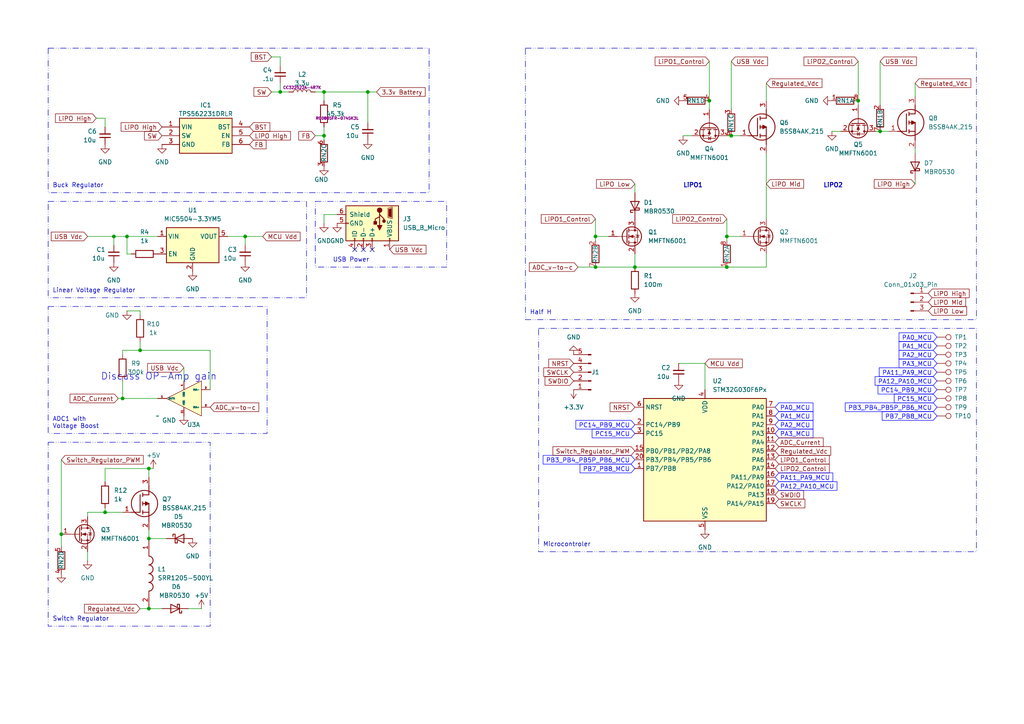
<source format=kicad_sch>
(kicad_sch (version 20230121) (generator eeschema)
  (paper "A4")
  (lib_symbols
    (symbol "BSS84AK_215:BSS84AK,215" (pin_names hide)
      (property "Reference" "Q" (at 11.43 3.81 0))
      (property "Value" "BSS84AK,215" (at 11.43 1.27 0))
      (symbol "BSS84AK,215_1_1"
        (pin passive line (at 0 0 0) (length 2.54) (name "G") (number "1"))
        (pin passive line (at 7.62 -5.08 90) (length 2.54) (name "S") (number "2"))
        (pin passive line (at 7.62 10.16 270) (length 2.54) (name "D") (number "3"))
      )
    )
    (symbol "Connector:Conn_01x03_Pin" (pin_names (offset 1.016) hide)
      (property "Reference" "J" (at 0 5.08 0))
      (property "Value" "Conn_01x03_Pin" (at 0 -5.08 0))
      (symbol "Conn_01x03_Pin_1_1"
        (pin passive line (at 5.08 2.54 180) (length 3.81) (name "Pin_1") (number "1"))
        (pin passive line (at 5.08 0 180) (length 3.81) (name "Pin_2") (number "2"))
        (pin passive line (at 5.08 -2.54 180) (length 3.81) (name "Pin_3") (number "3"))
      )
    )
    (symbol "Connector:Conn_01x05_Pin" (pin_names (offset 1.016) hide)
      (property "Reference" "J" (at 0 7.62 0))
      (property "Value" "Conn_01x05_Pin" (at 0 -7.62 0))
      (symbol "Conn_01x05_Pin_1_1"
        (pin passive line (at 5.08 5.08 180) (length 3.81) (name "Pin_1") (number "1"))
        (pin passive line (at 5.08 2.54 180) (length 3.81) (name "Pin_2") (number "2"))
        (pin passive line (at 5.08 0 180) (length 3.81) (name "Pin_3") (number "3"))
        (pin passive line (at 5.08 -2.54 180) (length 3.81) (name "Pin_4") (number "4"))
        (pin passive line (at 5.08 -5.08 180) (length 3.81) (name "Pin_5") (number "5"))
      )
    )
    (symbol "Connector:TestPoint" (pin_numbers hide) (pin_names (offset 0.762) hide)
      (property "Reference" "TP" (at 0 6.858 0))
      (property "Value" "TestPoint" (at 0 5.08 0))
      (symbol "TestPoint_1_1"
        (pin passive line (at 0 0 90) (length 2.54) (name "1") (number "1"))
      )
    )
    (symbol "Connector:USB_B_Micro" (pin_names (offset 1.016))
      (property "Reference" "J" (at -5.08 11.43 0))
      (property "Value" "USB_B_Micro" (at -5.08 8.89 0))
      (symbol "USB_B_Micro_1_1"
        (pin power_out line (at 7.62 5.08 180) (length 2.54) (name "VBUS") (number "1"))
        (pin bidirectional line (at 7.62 -2.54 180) (length 2.54) (name "D-") (number "2"))
        (pin bidirectional line (at 7.62 0 180) (length 2.54) (name "D+") (number "3"))
        (pin passive line (at 7.62 -5.08 180) (length 2.54) (name "ID") (number "4"))
        (pin power_out line (at 0 -10.16 90) (length 2.54) (name "GND") (number "5"))
        (pin passive line (at -2.54 -10.16 90) (length 2.54) (name "Shield") (number "6"))
      )
    )
    (symbol "Device:C_Small" (pin_numbers hide) (pin_names (offset 0.254) hide)
      (property "Reference" "C" (at 0.254 1.778 0))
      (property "Value" "C_Small" (at 0.254 -2.032 0))
      (symbol "C_Small_1_1"
        (pin passive line (at 0 2.54 270) (length 2.032) (name "~") (number "1"))
        (pin passive line (at 0 -2.54 90) (length 2.032) (name "~") (number "2"))
      )
    )
    (symbol "Device:L" (pin_numbers hide) (pin_names (offset 1.016) hide)
      (property "Reference" "L" (at -1.27 0 90))
      (property "Value" "L" (at 1.905 0 90))
      (symbol "L_1_1"
        (pin passive line (at 0 3.81 270) (length 1.27) (name "1") (number "1"))
        (pin passive line (at 0 -3.81 90) (length 1.27) (name "2") (number "2"))
      )
    )
    (symbol "Device:Q_NMOS_GSD" (pin_names (offset 0) hide)
      (property "Reference" "Q" (at 5.08 1.27 0))
      (property "Value" "Q_NMOS_GSD" (at 5.08 -1.27 0))
      (symbol "Q_NMOS_GSD_1_1"
        (pin input line (at -5.08 0 0) (length 2.54) (name "G") (number "1"))
        (pin passive line (at 2.54 -5.08 90) (length 2.54) (name "S") (number "2"))
        (pin passive line (at 2.54 5.08 270) (length 2.54) (name "D") (number "3"))
      )
    )
    (symbol "Device:R" (pin_numbers hide) (pin_names (offset 0))
      (property "Reference" "R" (at 2.032 0 90))
      (property "Value" "R" (at 0 0 90))
      (symbol "R_1_1"
        (pin passive line (at 0 3.81 270) (length 1.27) (name "~") (number "1"))
        (pin passive line (at 0 -3.81 90) (length 1.27) (name "~") (number "2"))
      )
    )
    (symbol "Device:R_Pack04_Split" (pin_names (offset 0) hide)
      (property "Reference" "RN" (at 2.032 0 90))
      (property "Value" "R_Pack04_Split" (at 0 0 90))
      (symbol "R_Pack04_Split_1_1"
        (pin passive line (at 0 -3.81 90) (length 1.27) (name "R1.1") (number "1"))
        (pin passive line (at 0 3.81 270) (length 1.27) (name "R1.2") (number "8"))
      )
      (symbol "R_Pack04_Split_2_1"
        (pin passive line (at 0 -3.81 90) (length 1.27) (name "R2.1") (number "2"))
        (pin passive line (at 0 3.81 270) (length 1.27) (name "R2.2") (number "7"))
      )
      (symbol "R_Pack04_Split_3_1"
        (pin passive line (at 0 -3.81 90) (length 1.27) (name "R3.1") (number "3"))
        (pin passive line (at 0 3.81 270) (length 1.27) (name "R3.2") (number "6"))
      )
      (symbol "R_Pack04_Split_4_1"
        (pin passive line (at 0 -3.81 90) (length 1.27) (name "R4.1") (number "4"))
        (pin passive line (at 0 3.81 270) (length 1.27) (name "R4.2") (number "5"))
      )
    )
    (symbol "Diode:1N5711" (pin_numbers hide) (pin_names (offset 1.016) hide)
      (property "Reference" "D" (at 0 2.54 0))
      (property "Value" "1N5711" (at 0 -2.54 0))
      (symbol "1N5711_1_1"
        (pin passive line (at -3.81 0 0) (length 2.54) (name "K") (number "1"))
        (pin passive line (at 3.81 0 180) (length 2.54) (name "A") (number "2"))
      )
    )
    (symbol "MCU_ST_STM32G0:STM32G030F6Px"
      (property "Reference" "U" (at -17.78 19.05 0))
      (property "Value" "STM32G030F6Px" (at 2.54 19.05 0))
      (symbol "STM32G030F6Px_1_1"
        (pin bidirectional line (at -20.32 -2.54 0) (length 2.54) (name "PB7/PB8") (number "1"))
        (pin bidirectional line (at 20.32 7.62 180) (length 2.54) (name "PA3") (number "10"))
        (pin bidirectional line (at 20.32 5.08 180) (length 2.54) (name "PA4") (number "11"))
        (pin bidirectional line (at 20.32 2.54 180) (length 2.54) (name "PA5") (number "12"))
        (pin bidirectional line (at 20.32 0 180) (length 2.54) (name "PA6") (number "13"))
        (pin bidirectional line (at 20.32 -2.54 180) (length 2.54) (name "PA7") (number "14"))
        (pin bidirectional line (at -20.32 2.54 0) (length 2.54) (name "PB0/PB1/PB2/PA8") (number "15"))
        (pin bidirectional line (at 20.32 -5.08 180) (length 2.54) (name "PA11/PA9") (number "16"))
        (pin bidirectional line (at 20.32 -7.62 180) (length 2.54) (name "PA12/PA10") (number "17"))
        (pin bidirectional line (at 20.32 -10.16 180) (length 2.54) (name "PA13") (number "18"))
        (pin bidirectional line (at 20.32 -12.7 180) (length 2.54) (name "PA14/PA15") (number "19"))
        (pin bidirectional line (at -20.32 10.16 0) (length 2.54) (name "PC14/PB9") (number "2"))
        (pin bidirectional line (at -20.32 0 0) (length 2.54) (name "PB3/PB4/PB5/PB6") (number "20"))
        (pin bidirectional line (at -20.32 7.62 0) (length 2.54) (name "PC15") (number "3"))
        (pin power_in line (at 0 20.32 270) (length 2.54) (name "VDD") (number "4"))
        (pin power_in line (at 0 -20.32 90) (length 2.54) (name "VSS") (number "5"))
        (pin input line (at -20.32 15.24 0) (length 2.54) (name "NRST") (number "6"))
        (pin bidirectional line (at 20.32 15.24 180) (length 2.54) (name "PA0") (number "7"))
        (pin bidirectional line (at 20.32 12.7 180) (length 2.54) (name "PA1") (number "8"))
        (pin bidirectional line (at 20.32 10.16 180) (length 2.54) (name "PA2") (number "9"))
      )
    )
    (symbol "RTOS_POD:MCP6489-E/SL"
      (property "Reference" "U" (at 8.89 -2.54 0))
      (symbol "MCP6489-E/SL_0_1"
        (pin power_in line (at 5.08 -5.08 90) (length 2.54) (name "VSS") (number "11"))
        (pin power_in line (at 5.08 5.08 270) (length 2.54) (name "VDD") (number "4"))
      )
      (symbol "MCP6489-E/SL_1_1"
        (pin output line (at 12.7 0 180) (length 2.54) (name "OUTA") (number "1"))
        (pin input line (at -2.54 2.54 0) (length 2.54) (name "INA-") (number "2"))
        (pin input line (at -2.54 -2.54 0) (length 2.54) (name "INA+") (number "3"))
      )
      (symbol "MCP6489-E/SL_2_1"
        (pin input line (at -2.54 -2.54 0) (length 2.54) (name "INB+") (number "5"))
        (pin input line (at -2.54 2.54 0) (length 2.54) (name "INB-") (number "6"))
        (pin output line (at 12.7 0 180) (length 2.54) (name "OUTB") (number "7"))
      )
      (symbol "MCP6489-E/SL_3_1"
        (pin input line (at -2.54 -2.54 0) (length 2.54) (name "INC+") (number "10"))
        (pin output line (at 12.7 0 180) (length 2.54) (name "OUTA") (number "8"))
        (pin input line (at -2.54 2.54 0) (length 2.54) (name "INC-") (number "9"))
      )
      (symbol "MCP6489-E/SL_4_1"
        (pin input line (at -2.54 -2.54 0) (length 2.54) (name "IND+") (number "12"))
        (pin input line (at -2.54 2.54 0) (length 2.54) (name "IND-") (number "13"))
        (pin output line (at 12.7 0 180) (length 2.54) (name "OUTD") (number "14"))
      )
    )
    (symbol "Regulator_Linear:MIC5504-3.3YM5"
      (property "Reference" "U" (at -7.62 8.89 0))
      (property "Value" "MIC5504-3.3YM5" (at -7.62 6.35 0))
      (symbol "MIC5504-3.3YM5_1_1"
        (pin power_in line (at -10.16 2.54 0) (length 2.54) (name "VIN") (number "1"))
        (pin power_in line (at 0 -7.62 90) (length 2.54) (name "GND") (number "2"))
        (pin input line (at -10.16 -2.54 0) (length 2.54) (name "EN") (number "3"))
        (pin no_connect line (at 7.62 -2.54 180) (length 2.54) hide (name "NC") (number "4"))
        (pin power_out line (at 10.16 2.54 180) (length 2.54) (name "VOUT") (number "5"))
      )
    )
    (symbol "SRR1205-500YL:SRR1205-500YL" (pin_names hide)
      (property "Reference" "L" (at 16.51 6.35 0))
      (property "Value" "SRR1205-500YL" (at 16.51 3.81 0))
      (symbol "SRR1205-500YL_1_1"
        (pin passive line (at 0 0 0) (length 5.08) (name "1") (number "1"))
        (pin passive line (at 20.32 0 180) (length 5.08) (name "2") (number "2"))
      )
    )
    (symbol "TPS562231DRLR:TPS562231DRLR"
      (property "Reference" "IC" (at 21.59 7.62 0))
      (property "Value" "TPS562231DRLR" (at 21.59 5.08 0))
      (symbol "TPS562231DRLR_1_1"
        (pin passive line (at 0 0 0) (length 5.08) (name "VIN") (number "1"))
        (pin passive line (at 0 -2.54 0) (length 5.08) (name "SW") (number "2"))
        (pin passive line (at 0 -5.08 0) (length 5.08) (name "GND") (number "3"))
        (pin passive line (at 25.4 0 180) (length 5.08) (name "BST") (number "4"))
        (pin passive line (at 25.4 -2.54 180) (length 5.08) (name "EN") (number "5"))
        (pin passive line (at 25.4 -5.08 180) (length 5.08) (name "FB") (number "6"))
      )
    )
    (symbol "power:+3.3V" (power) (pin_names (offset 0))
      (property "Value" "+3.3V" (at 0 3.556 0))
      (symbol "+3.3V_1_1"
        (pin power_in line (at 0 0 90) (length 0) hide (name "+3.3V") (number "1"))
      )
    )
    (symbol "power:+5V" (power) (pin_names (offset 0))
      (property "Value" "+5V" (at 0 3.556 0))
      (symbol "+5V_1_1"
        (pin power_in line (at 0 0 90) (length 0) hide (name "+5V") (number "1"))
      )
    )
    (symbol "power:GND" (power) (pin_names (offset 0))
      (property "Value" "GND" (at 0 -3.81 0))
      (symbol "GND_1_1"
        (pin power_in line (at 0 0 270) (length 0) hide (name "GND") (number "1"))
      )
    )
  )
  (junction (at 81.28 26.67))
  (junction (at 106.68 26.67))
  (junction (at 43.18 176.53))
  (junction (at 71.12 68.58))
  (junction (at 210.82 68.58))
  (junction (at 172.72 68.58))
  (junction (at 212.09 39.37))
  (junction (at 30.48 148.59))
  (junction (at 35.56 115.57))
  (junction (at 36.83 68.58))
  (junction (at 40.64 101.6))
  (junction (at 43.18 135.89))
  (junction (at 33.02 68.58))
  (junction (at 210.82 77.47))
  (junction (at 17.78 154.94))
  (junction (at 255.27 38.1))
  (junction (at 248.92 29.21))
  (junction (at 184.15 77.47))
  (junction (at 172.72 77.47))
  (junction (at 93.98 26.67))
  (junction (at 205.74 29.21))
  (junction (at 93.98 39.37))
  (junction (at 43.18 156.21))
  (no_connect (at 105.41 72.39))
  (no_connect (at 102.87 72.39))
  (no_connect (at 107.95 72.39))
  (wire (pts (xy 93.98 40.64) (xy 93.98 39.37)))
  (wire (pts (xy 265.43 43.18) (xy 265.43 44.45)))
  (wire (pts (xy 210.82 69.85) (xy 210.82 68.58)))
  (wire (pts (xy 43.18 156.21) (xy 48.26 156.21)))
  (wire (pts (xy 184.15 77.47) (xy 184.15 73.66)))
  (wire (pts (xy 71.12 71.12) (xy 71.12 68.58)))
  (wire (pts (xy 81.28 26.67) (xy 81.28 24.13)))
  (wire (pts (xy 106.68 26.67) (xy 109.22 26.67)))
  (wire (pts (xy 25.4 160.02) (xy 25.4 162.56)))
  (wire (pts (xy 54.61 176.53) (xy 58.42 176.53)))
  (wire (pts (xy 33.02 71.12) (xy 33.02 68.58)))
  (wire (pts (xy 35.56 115.57) (xy 45.72 115.57)))
  (wire (pts (xy 38.1 73.66) (xy 36.83 73.66)))
  (wire (pts (xy 196.85 105.41) (xy 204.47 105.41)))
  (wire (pts (xy 172.72 77.47) (xy 184.15 77.47)))
  (wire (pts (xy 210.82 68.58) (xy 214.63 68.58)))
  (wire (pts (xy 265.43 53.34) (xy 265.43 52.07)))
  (wire (pts (xy 210.82 39.37) (xy 212.09 39.37)))
  (wire (pts (xy 36.83 68.58) (xy 45.72 68.58)))
  (wire (pts (xy 25.4 68.58) (xy 33.02 68.58)))
  (wire (pts (xy 200.66 39.37) (xy 198.12 39.37)))
  (wire (pts (xy 91.44 39.37) (xy 93.98 39.37)))
  (wire (pts (xy 40.64 90.17) (xy 40.64 91.44)))
  (wire (pts (xy 212.09 17.78) (xy 212.09 31.75)))
  (wire (pts (xy 76.2 68.58) (xy 71.12 68.58)))
  (wire (pts (xy 212.09 39.37) (xy 214.63 39.37)))
  (wire (pts (xy 204.47 105.41) (xy 204.47 113.03)))
  (wire (pts (xy 43.18 135.89) (xy 43.18 138.43)))
  (wire (pts (xy 33.02 68.58) (xy 36.83 68.58)))
  (wire (pts (xy 172.72 68.58) (xy 176.53 68.58)))
  (wire (pts (xy 78.74 26.67) (xy 81.28 26.67)))
  (wire (pts (xy 243.84 38.1) (xy 241.3 38.1)))
  (wire (pts (xy 97.79 62.23) (xy 93.98 62.23)))
  (wire (pts (xy 222.25 24.13) (xy 222.25 29.21)))
  (wire (pts (xy 184.15 53.34) (xy 184.15 55.88)))
  (wire (pts (xy 248.92 29.21) (xy 248.92 30.48)))
  (wire (pts (xy 40.64 176.53) (xy 43.18 176.53)))
  (wire (pts (xy 25.4 148.59) (xy 25.4 149.86)))
  (wire (pts (xy 36.83 90.17) (xy 40.64 90.17)))
  (wire (pts (xy 83.82 26.67) (xy 81.28 26.67)))
  (wire (pts (xy 184.15 77.47) (xy 210.82 77.47)))
  (wire (pts (xy 210.82 63.5) (xy 210.82 68.58)))
  (wire (pts (xy 172.72 63.5) (xy 172.72 68.58)))
  (wire (pts (xy 35.56 101.6) (xy 40.64 101.6)))
  (wire (pts (xy 17.78 158.75) (xy 17.78 154.94)))
  (wire (pts (xy 78.74 16.51) (xy 81.28 16.51)))
  (wire (pts (xy 255.27 17.78) (xy 255.27 30.48)))
  (wire (pts (xy 30.48 135.89) (xy 43.18 135.89)))
  (wire (pts (xy 106.68 26.67) (xy 93.98 26.67)))
  (wire (pts (xy 210.82 77.47) (xy 222.25 77.47)))
  (wire (pts (xy 93.98 26.67) (xy 91.44 26.67)))
  (wire (pts (xy 167.64 77.47) (xy 172.72 77.47)))
  (wire (pts (xy 27.94 34.29) (xy 30.48 34.29)))
  (wire (pts (xy 172.72 69.85) (xy 172.72 68.58)))
  (wire (pts (xy 222.25 77.47) (xy 222.25 73.66)))
  (wire (pts (xy 81.28 16.51) (xy 81.28 19.05)))
  (wire (pts (xy 25.4 148.59) (xy 30.48 148.59)))
  (wire (pts (xy 222.25 44.45) (xy 222.25 63.5)))
  (wire (pts (xy 43.18 176.53) (xy 46.99 176.53)))
  (wire (pts (xy 35.56 110.49) (xy 35.56 115.57)))
  (wire (pts (xy 60.96 113.03) (xy 60.96 101.6)))
  (wire (pts (xy 255.27 38.1) (xy 257.81 38.1)))
  (wire (pts (xy 43.18 153.67) (xy 43.18 156.21)))
  (wire (pts (xy 254 38.1) (xy 255.27 38.1)))
  (wire (pts (xy 205.74 29.21) (xy 205.74 31.75)))
  (wire (pts (xy 93.98 62.23) (xy 93.98 64.77)))
  (wire (pts (xy 43.18 135.89) (xy 44.45 135.89)))
  (wire (pts (xy 40.64 101.6) (xy 60.96 101.6)))
  (wire (pts (xy 71.12 68.58) (xy 66.04 68.58)))
  (wire (pts (xy 17.78 133.35) (xy 17.78 154.94)))
  (wire (pts (xy 30.48 34.29) (xy 30.48 36.83)))
  (wire (pts (xy 106.68 35.56) (xy 106.68 26.67)))
  (wire (pts (xy 265.43 24.13) (xy 265.43 27.94)))
  (wire (pts (xy 248.92 17.78) (xy 248.92 29.21)))
  (wire (pts (xy 30.48 148.59) (xy 35.56 148.59)))
  (wire (pts (xy 35.56 101.6) (xy 35.56 102.87)))
  (wire (pts (xy 30.48 147.32) (xy 30.48 148.59)))
  (wire (pts (xy 36.83 73.66) (xy 36.83 68.58)))
  (wire (pts (xy 93.98 29.21) (xy 93.98 26.67)))
  (wire (pts (xy 40.64 99.06) (xy 40.64 101.6)))
  (wire (pts (xy 30.48 139.7) (xy 30.48 135.89)))
  (wire (pts (xy 93.98 36.83) (xy 93.98 39.37)))
  (wire (pts (xy 205.74 17.78) (xy 205.74 29.21)))
  (wire (pts (xy 34.29 115.57) (xy 35.56 115.57)))
  (wire (pts (xy 53.34 106.68) (xy 53.34 110.49)))
  (rectangle (start 156.21 95.25) (end 283.21 160.02) (stroke (width 0) (type dash_dot_dot)))
  (rectangle (start 152.4 13.97) (end 283.21 92.71) (stroke (width 0) (type dash_dot_dot)))
  (rectangle (start 91.44 58.42) (end 129.54 77.47) (stroke (width 0) (type dash_dot_dot)))
  (rectangle (start 13.97 88.9) (end 77.47 125.73) (stroke (width 0) (type dash_dot_dot)))
  (rectangle (start 13.97 128.27) (end 60.96 181.61) (stroke (width 0) (type dash_dot_dot)))
  (rectangle (start 13.97 58.42) (end 88.9 86.36) (stroke (width 0) (type dash_dot_dot)))
  (rectangle (start 13.97 13.97) (end 124.46 55.88) (stroke (width 0) (type dash_dot_dot)))
  (text "Half H\n" (at 153.67 91.44 0) (effects (font (size 1.27 1.27)) (justify left bottom)))
  (text "ADC1 with \nVoltage Boost\n" (at 15.24 124.46 0) (effects (font (size 1.27 1.27)) (justify left bottom)))
  (text "Microcontroler\n" (at 157.48 158.75 0) (effects (font (size 1.27 1.27)) (justify left bottom)))
  (text "Switch Regulator" (at 15.24 180.34 0) (effects (font (size 1.27 1.27)) (justify left bottom)))
  (text "LiPO1" (at 198.12 54.61 0) (effects (font (size 1.27 1.27) (thickness 0.254) bold) (justify left bottom)))
  (text "Buck Regulator" (at 15.24 54.61 0) (effects (font (size 1.27 1.27)) (justify left bottom)))
  (text "Discuss OP-Amp gain" (at 29.21 110.49 0) (effects (font (size 2 2)) (justify left bottom)))
  (text "USB Power" (at 96.52 76.2 0) (effects (font (size 1.27 1.27)) (justify left bottom)))
  (text "LiPO2" (at 238.76 54.61 0) (effects (font (size 1.27 1.27) bold) (justify left bottom)))
  (text "Linear Voltage Regulator" (at 15.24 85.09 0) (effects (font (size 1.27 1.27)) (justify left bottom)))
  (global_label "ADC_v-to-c" (shape input) (at 60.96 118.11 0) (property "Intersheetrefs" "${INTERSHEET_REFS}" (effects hide)))
  (global_label "BST" (shape input) (at 72.39 36.83 0) (property "Intersheetrefs" "${INTERSHEET_REFS}" (effects hide)))
  (global_label "SW" (shape input) (at 46.99 39.37 180) (property "Intersheetrefs" "${INTERSHEET_REFS}" (effects hide)))
  (global_label "USB Vdc" (shape input) (at 255.27 17.78 0) (property "Intersheetrefs" "${INTERSHEET_REFS}" (effects hide)))
  (global_label "LiPO1_Control" (shape input) (at 205.74 17.78 180) (property "Intersheetrefs" "${INTERSHEET_REFS}" (effects hide)))
  (global_label "USB Vdc" (shape input) (at 25.4 68.58 180) (property "Intersheetrefs" "${INTERSHEET_REFS}" (effects hide)))
  (global_label "SWCLK" (shape input) (at 166.37 107.95 180) (property "Intersheetrefs" "${INTERSHEET_REFS}" (effects hide)))
  (global_label "LiPO High" (shape input) (at 265.43 53.34 180) (property "Intersheetrefs" "${INTERSHEET_REFS}" (effects hide)))
  (global_label "Regulated_Vdc" (shape input) (at 40.64 176.53 180) (property "Intersheetrefs" "${INTERSHEET_REFS}" (effects hide)))
  (global_label "PB7_PB8_MCU" (shape input) (at 271.78 120.65 180) (property "Intersheetrefs" "${INTERSHEET_REFS}" (effects hide)))
  (global_label "PA11_PA9_MCU" (shape input) (at 271.78 107.95 180) (property "Intersheetrefs" "${INTERSHEET_REFS}" (effects hide)))
  (global_label "PA1_MCU" (shape input) (at 271.78 100.33 180) (property "Intersheetrefs" "${INTERSHEET_REFS}" (effects hide)))
  (global_label "SW" (shape input) (at 78.74 26.67 180) (property "Intersheetrefs" "${INTERSHEET_REFS}" (effects hide)))
  (global_label "LiPO1_Control" (shape input) (at 224.79 133.35 0) (property "Intersheetrefs" "${INTERSHEET_REFS}" (effects hide)))
  (global_label "BST" (shape input) (at 78.74 16.51 180) (property "Intersheetrefs" "${INTERSHEET_REFS}" (effects hide)))
  (global_label "PA12_PA10_MCU" (shape input) (at 224.79 140.97 0) (property "Intersheetrefs" "${INTERSHEET_REFS}" (effects hide)))
  (global_label "SWDIO" (shape input) (at 166.37 110.49 180) (property "Intersheetrefs" "${INTERSHEET_REFS}" (effects hide)))
  (global_label "USB Vdc" (shape input) (at 113.03 72.39 0) (property "Intersheetrefs" "${INTERSHEET_REFS}" (effects hide)))
  (global_label "MCU Vdd" (shape input) (at 204.47 105.41 0) (property "Intersheetrefs" "${INTERSHEET_REFS}" (effects hide)))
  (global_label "ADC_Current" (shape input) (at 34.29 115.57 180) (property "Intersheetrefs" "${INTERSHEET_REFS}" (effects hide)))
  (global_label "FB" (shape input) (at 72.39 41.91 0) (property "Intersheetrefs" "${INTERSHEET_REFS}" (effects hide)))
  (global_label "LiPO Mid" (shape input) (at 269.24 87.63 0) (property "Intersheetrefs" "${INTERSHEET_REFS}" (effects hide)))
  (global_label "LiPO2_Control" (shape input) (at 210.82 63.5 180) (property "Intersheetrefs" "${INTERSHEET_REFS}" (effects hide)))
  (global_label "PC15_MCU" (shape input) (at 271.78 115.57 180) (property "Intersheetrefs" "${INTERSHEET_REFS}" (effects hide)))
  (global_label "PC14_PB9_MCU" (shape input) (at 271.78 113.03 180) (property "Intersheetrefs" "${INTERSHEET_REFS}" (effects hide)))
  (global_label "Regulated_Vdc" (shape input) (at 222.25 24.13 0) (property "Intersheetrefs" "${INTERSHEET_REFS}" (effects hide)))
  (global_label "LiPO2_Control" (shape input) (at 224.79 135.89 0) (property "Intersheetrefs" "${INTERSHEET_REFS}" (effects hide)))
  (global_label "ADC_v-to-c" (shape input) (at 167.64 77.47 180) (property "Intersheetrefs" "${INTERSHEET_REFS}" (effects hide)))
  (global_label "SWCLK" (shape input) (at 224.79 146.05 0) (property "Intersheetrefs" "${INTERSHEET_REFS}" (effects hide)))
  (global_label "PA3_MCU" (shape input) (at 224.79 125.73 0) (property "Intersheetrefs" "${INTERSHEET_REFS}" (effects hide)))
  (global_label "LiPO High" (shape input) (at 269.24 85.09 0) (property "Intersheetrefs" "${INTERSHEET_REFS}" (effects hide)))
  (global_label "PA3_MCU" (shape input) (at 271.78 105.41 180) (property "Intersheetrefs" "${INTERSHEET_REFS}" (effects hide)))
  (global_label "FB" (shape input) (at 91.44 39.37 180) (property "Intersheetrefs" "${INTERSHEET_REFS}" (effects hide)))
  (global_label "PB3_PB4_PB5P_PB6_MCU" (shape input) (at 271.78 118.11 180) (property "Intersheetrefs" "${INTERSHEET_REFS}" (effects hide)))
  (global_label "Regulated_Vdc" (shape input) (at 224.79 130.81 0) (property "Intersheetrefs" "${INTERSHEET_REFS}" (effects hide)))
  (global_label "PB3_PB4_PB5P_PB6_MCU" (shape input) (at 184.15 133.35 180) (property "Intersheetrefs" "${INTERSHEET_REFS}" (effects hide)))
  (global_label "PA0_MCU" (shape input) (at 224.79 118.11 0) (property "Intersheetrefs" "${INTERSHEET_REFS}" (effects hide)))
  (global_label "Regulated_Vdc" (shape input) (at 265.43 24.13 0) (property "Intersheetrefs" "${INTERSHEET_REFS}" (effects hide)))
  (global_label "3.3v Battery" (shape input) (at 109.22 26.67 0) (property "Intersheetrefs" "${INTERSHEET_REFS}" (effects hide)))
  (global_label "ADC_Current" (shape input) (at 224.79 128.27 0) (property "Intersheetrefs" "${INTERSHEET_REFS}" (effects hide)))
  (global_label "PB7_PB8_MCU" (shape input) (at 184.15 135.89 180) (property "Intersheetrefs" "${INTERSHEET_REFS}" (effects hide)))
  (global_label "MCU Vdd" (shape input) (at 76.2 68.58 0) (property "Intersheetrefs" "${INTERSHEET_REFS}" (effects hide)))
  (global_label "LiPO Low" (shape input) (at 269.24 90.17 0) (property "Intersheetrefs" "${INTERSHEET_REFS}" (effects hide)))
  (global_label "LiPO High" (shape input) (at 72.39 39.37 0) (property "Intersheetrefs" "${INTERSHEET_REFS}" (effects hide)))
  (global_label "PA1_MCU" (shape input) (at 224.79 120.65 0) (property "Intersheetrefs" "${INTERSHEET_REFS}" (effects hide)))
  (global_label "LiPO2_Control" (shape input) (at 248.92 17.78 180) (property "Intersheetrefs" "${INTERSHEET_REFS}" (effects hide)))
  (global_label "PC15_MCU" (shape input) (at 184.15 125.73 180) (property "Intersheetrefs" "${INTERSHEET_REFS}" (effects hide)))
  (global_label "LiPO1_Control" (shape input) (at 172.72 63.5 180) (property "Intersheetrefs" "${INTERSHEET_REFS}" (effects hide)))
  (global_label "LiPO Mid" (shape input) (at 222.25 53.34 0) (property "Intersheetrefs" "${INTERSHEET_REFS}" (effects hide)))
  (global_label "Switch_Regulator_PWM" (shape input) (at 184.15 130.81 180) (property "Intersheetrefs" "${INTERSHEET_REFS}" (effects hide)))
  (global_label "USB Vdc" (shape input) (at 212.09 17.78 0) (property "Intersheetrefs" "${INTERSHEET_REFS}" (effects hide)))
  (global_label "LiPO High" (shape input) (at 46.99 36.83 180) (property "Intersheetrefs" "${INTERSHEET_REFS}" (effects hide)))
  (global_label "PA12_PA10_MCU" (shape input) (at 271.78 110.49 180) (property "Intersheetrefs" "${INTERSHEET_REFS}" (effects hide)))
  (global_label "Switch_Regulator_PWM" (shape input) (at 17.78 133.35 0) (property "Intersheetrefs" "${INTERSHEET_REFS}" (effects hide)))
  (global_label "NRST" (shape input) (at 166.37 105.41 180) (property "Intersheetrefs" "${INTERSHEET_REFS}" (effects hide)))
  (global_label "SWDIO" (shape input) (at 224.79 143.51 0) (property "Intersheetrefs" "${INTERSHEET_REFS}" (effects hide)))
  (global_label "PA2_MCU" (shape input) (at 224.79 123.19 0) (property "Intersheetrefs" "${INTERSHEET_REFS}" (effects hide)))
  (global_label "NRST" (shape input) (at 184.15 118.11 180) (property "Intersheetrefs" "${INTERSHEET_REFS}" (effects hide)))
  (global_label "USB Vdc" (shape input) (at 53.34 106.68 180) (property "Intersheetrefs" "${INTERSHEET_REFS}" (effects hide)))
  (global_label "LiPO High" (shape input) (at 27.94 34.29 180) (property "Intersheetrefs" "${INTERSHEET_REFS}" (effects hide)))
  (global_label "PA2_MCU" (shape input) (at 271.78 102.87 180) (property "Intersheetrefs" "${INTERSHEET_REFS}" (effects hide)))
  (global_label "LiPO Low" (shape input) (at 184.15 53.34 180) (property "Intersheetrefs" "${INTERSHEET_REFS}" (effects hide)))
  (global_label "PA11_PA9_MCU" (shape input) (at 224.79 138.43 0) (property "Intersheetrefs" "${INTERSHEET_REFS}" (effects hide)))
  (global_label "PA0_MCU" (shape input) (at 271.78 97.79 180) (property "Intersheetrefs" "${INTERSHEET_REFS}" (effects hide)))
  (global_label "PC14_PB9_MCU" (shape input) (at 184.15 123.19 180) (property "Intersheetrefs" "${INTERSHEET_REFS}" (effects hide)))
  (symbol (lib_id "Device:R") (at 30.48 143.51 180) (unit 1)
    (property "Reference" "R12" (at 33.02 142.24 0) (effects (justify right)))
    (property "Value" "1k" (at 33.02 144.78 0) (effects (justify right)))
    (property "Footprint" "Resistor_SMD:R_0805_2012Metric" (effects hide))
    (property "Manufacturer" "Bourns" (effects hide))
    (property "Manufacturer Part Number" "CR0805-JW-102ELF" (effects hide))
    (property "Mouser Part Number" "652-CR0805JW-102ELF" (effects hide))
    (property "Mouser Price/Stock" "https://www.mouser.com/ProductDetail/Bourns/CR0805-JW-102ELF?qs=sGAEpiMZZMtlubZbdhIBIPJRFm2x4gVbKRFwRkY2vaI%3D" (effects hide))
  )
  (symbol (lib_id "Connector:TestPoint") (at 271.78 113.03 270) (unit 1)
    (property "Reference" "TP7" (at 276.86 113.03 90) (effects (justify left)))
    (property "Value" "TestPoint" (effects hide))
    (property "Footprint" "TestPoint:TestPoint_Loop_D2.50mm_Drill1.85mm" (effects hide))
  )
  (symbol (lib_id "Device:R") (at 41.91 73.66 270) (unit 1)
    (property "Reference" "R4" (at 41.91 67.31 90))
    (property "Value" "1k" (at 41.91 69.85 90))
    (property "Footprint" "Resistor_SMD:R_0805_2012Metric" (effects hide))
    (property "Manufacturer" "Bourns" (effects hide))
    (property "Manufacturer Part Number" "CR0805-JW-102ELF" (effects hide))
    (property "Mouser Part Number" "652-CR0805JW-102ELF" (effects hide))
    (property "Mouser Price/Stock" "https://www.mouser.com/ProductDetail/Bourns/CR0805-JW-102ELF?qs=sGAEpiMZZMtlubZbdhIBIPJRFm2x4gVbKRFwRkY2vaI%3D" (effects hide))
  )
  (symbol (lib_id "power:+5V") (at 58.42 176.53 0) (unit 1)
    (property "Reference" "#PWR011" (effects hide))
    (property "Value" "+5V" (at 58.42 172.72 0))
  )
  (symbol (lib_id "BSS84AK_215:BSS84AK,215") (at 35.56 148.59 0) (unit 1)
    (property "Reference" "Q7" (at 46.99 144.78 0) (effects (justify left)))
    (property "Value" "BSS84AK,215" (at 46.99 147.32 0) (effects (justify left)))
    (property "Footprint" "SOT95P230X110-3N" (effects hide))
    (property "Height" "1.1" (effects hide))
    (property "Mouser Part Number" "771-BSS84AK215" (effects hide))
    (property "Mouser Price/Stock" "https://www.mouser.co.uk/ProductDetail/Nexperia/BSS84AK215?qs=A1cBxND5mHJndJgHJTE1yg%3D%3D" (effects hide))
    (property "Manufacturer" "Nexperia" (effects hide))
    (property "Manufacturer Part Number" "BSS84AK,215" (effects hide))
  )
  (symbol (lib_id "power:GND") (at 36.83 90.17 0) (unit 1)
    (property "Reference" "#PWR08" (effects hide))
    (property "Value" "GND" (at 30.48 91.44 0) (effects (justify left)))
  )
  (symbol (lib_id "Device:R_Pack04_Split") (at 245.11 29.21 270) (unit 1)
    (property "Reference" "RN1" (at 242.57 29.21 90) (effects (justify left)))
    (property "Value" "R_Pack04_Split_1" (effects hide))
  )
  (symbol (lib_id "Device:Q_NMOS_GSD") (at 205.74 36.83 270) (unit 1)
    (property "Reference" "Q4" (at 205.74 43.18 90))
    (property "Value" "MMFTN6001" (at 205.74 45.72 90))
    (property "Footprint" "Package_TO_SOT_SMD:SOT-23" (effects hide))
    (property "Manufacturer" "Diotec Semiconductor" (effects hide))
    (property "Manufacturer Part Number" "MMFTN6001" (effects hide))
    (property "Mouser Part Number" "637-MMFTN6001" (effects hide))
    (property "Mouser Price/Stock" "https://www.mouser.com/ProductDetail/Diotec-Semiconductor/MMFTN6001?qs=Wj%2FVkw3K%252BMBEABncUaRa2w%3D%3D" (effects hide))
  )
  (symbol (lib_id "power:GND") (at 204.47 153.67 0) (unit 1)
    (property "Reference" "#PWR07" (effects hide))
    (property "Value" "GND" (at 204.47 158.75 0))
  )
  (symbol (lib_id "Connector:Conn_01x03_Pin") (at 264.16 87.63 0) (unit 1)
    (property "Reference" "J2" (at 264.795 80.01 0))
    (property "Value" "Conn_01x03_Pin" (at 264.16 82.55 0))
    (property "Footprint" "Connector_PinHeader_2.54mm:PinHeader_1x03_P2.54mm_Vertical" (effects hide))
  )
  (symbol (lib_id "Device:R_Pack04_Split") (at 17.78 162.56 0) (unit 4)
    (property "Reference" "RN2" (at 17.78 165.1 90) (effects (justify left)))
    (property "Value" "R_Pack04_Split_2" (effects hide))
    (property "Footprint" "Resistor_SMD:R_Array_Concave_4x0603" (effects hide))
  )
  (symbol (lib_id "Device:L") (at 87.63 26.67 90) (unit 1)
    (property "Reference" "L2" (at 87.63 21.59 90))
    (property "Value" "3.3u" (at 87.63 24.13 90))
    (property "Footprint" "Library:CC322522A-4R7K" (effects hide))
    (property "Mouser Price/Stock" "https://www.mouser.com/ProductDetail/Bourns/CC322522A-4R7K?qs=BJlw7L4Cy7%2Fy09%2BRq8LovQ%3D%3D" (effects hide))
    (property "Mouser Part Number" "652-CC322522A-4R7K" (effects hide))
    (property "Manufacturer Part Number" "CC322522A-4R7K" (at 87.63 25.4 90) (effects (font (size 0.8 0.8))))
    (property "Manufacturer" "Bourns" (effects hide))
  )
  (symbol (lib_id "Connector:TestPoint") (at 271.78 120.65 270) (unit 1)
    (property "Reference" "TP10" (at 276.86 120.65 90) (effects (justify left)))
    (property "Value" "TestPoint" (effects hide))
    (property "Footprint" "TestPoint:TestPoint_Loop_D2.50mm_Drill1.85mm" (effects hide))
  )
  (symbol (lib_id "power:GND") (at 241.3 29.21 270) (unit 1)
    (property "Reference" "#PWR019" (effects hide))
    (property "Value" "GND" (at 237.49 29.21 90) (effects (justify right)))
  )
  (symbol (lib_id "power:+3.3V") (at 166.37 113.03 180) (unit 1)
    (property "Reference" "#PWR06" (effects hide))
    (property "Value" "+3.3V" (at 166.37 118.11 0))
  )
  (symbol (lib_id "BSS84AK_215:BSS84AK,215") (at 214.63 39.37 0) (unit 1)
    (property "Reference" "Q6" (at 226.06 35.56 0) (effects (justify left)))
    (property "Value" "BSS84AK,215" (at 226.06 38.1 0) (effects (justify left)))
    (property "Footprint" "SOT95P230X110-3N" (effects hide))
    (property "Height" "1.1" (effects hide))
    (property "Mouser Part Number" "771-BSS84AK215" (effects hide))
    (property "Mouser Price/Stock" "https://www.mouser.co.uk/ProductDetail/Nexperia/BSS84AK215?qs=A1cBxND5mHJndJgHJTE1yg%3D%3D" (effects hide))
    (property "Manufacturer" "Nexperia" (effects hide))
    (property "Manufacturer Part Number" "BSS84AK,215" (effects hide))
  )
  (symbol (lib_id "power:GND") (at 33.02 76.2 0) (unit 1)
    (property "Reference" "#PWR012" (effects hide))
    (property "Value" "GND" (at 33.02 81.28 0))
  )
  (symbol (lib_id "power:GND") (at 198.12 39.37 0) (unit 1)
    (property "Reference" "#PWR014" (effects hide))
    (property "Value" "GND" (at 198.12 44.45 0))
  )
  (symbol (lib_id "Device:C_Small") (at 71.12 73.66 180) (unit 1)
    (property "Reference" "C3" (at 66.04 72.39 0) (effects (justify right)))
    (property "Value" "10u" (at 64.77 74.93 0) (effects (justify right)))
    (property "Footprint" "Capacitor_SMD:C_0805_2012Metric_Pad1.18x1.45mm_HandSolder" (effects hide))
    (property "Manufacturer" "Samsung Electro-Mechanics" (effects hide))
    (property "Manufacturer Part Number" "CL21A106KOQNNNE" (effects hide))
    (property "Mouser Part Number" "187-CL21A106KOQNNNE" (effects hide))
    (property "Mouser Price/Stock" "https://www.mouser.com/ProductDetail/Samsung-Electro-Mechanics/CL21A106KOQNNNE?qs=sGAEpiMZZMsh%252B1woXyUXj7iNKXiFkBmwjufexzBEAvI%3D" (effects hide))
  )
  (symbol (lib_id "Device:Q_NMOS_GSD") (at 22.86 154.94 0) (unit 1)
    (property "Reference" "Q3" (at 29.21 153.67 0) (effects (justify left)))
    (property "Value" "MMFTN6001" (at 29.21 156.21 0) (effects (justify left)))
    (property "Footprint" "Package_TO_SOT_SMD:SOT-23" (effects hide))
    (property "Manufacturer" "Diotec Semiconductor" (effects hide))
    (property "Manufacturer Part Number" "MMFTN6001" (effects hide))
    (property "Mouser Part Number" "637-MMFTN6001" (effects hide))
    (property "Mouser Price/Stock" "https://www.mouser.com/ProductDetail/Diotec-Semiconductor/MMFTN6001?qs=Wj%2FVkw3K%252BMBEABncUaRa2w%3D%3D" (effects hide))
  )
  (symbol (lib_id "Connector:TestPoint") (at 271.78 105.41 270) (unit 1)
    (property "Reference" "TP4" (at 276.86 105.41 90) (effects (justify left)))
    (property "Value" "TestPoint" (effects hide))
    (property "Footprint" "TestPoint:TestPoint_Loop_D2.50mm_Drill1.85mm" (effects hide))
  )
  (symbol (lib_id "power:GND") (at 55.88 156.21 0) (unit 1)
    (property "Reference" "#PWR09" (effects hide))
    (property "Value" "GND" (at 55.88 161.29 0))
  )
  (symbol (lib_id "Device:R") (at 184.15 81.28 0) (unit 1)
    (property "Reference" "R1" (at 186.69 80.01 0) (effects (justify left)))
    (property "Value" "100m" (at 186.69 82.55 0) (effects (justify left)))
    (property "Footprint" "Resistor_SMD:R_0805_2012Metric" (effects hide))
    (property "Manufacturer" "CTS Electronic Components" (effects hide))
    (property "Manufacturer Part Number" "73L3R10J" (effects hide))
    (property "Mouser Part Number" "774-73L3R10J" (effects hide))
    (property "Mouser Price/Stock" "https://www.mouser.com/ProductDetail/CTS-Electronic-Components/73L3R10J?qs=sGAEpiMZZMtlubZbdhIBII1XFqDdukOvFINJ4CXOzPk%3D" (effects hide))
  )
  (symbol (lib_id "SRR1205-500YL:SRR1205-500YL") (at 43.18 156.21 270) (unit 1)
    (property "Reference" "L1" (at 45.72 165.1 90) (effects (justify left)))
    (property "Value" "SRR1205-500YL" (at 45.72 167.64 90) (effects (justify left)))
    (property "Footprint" "SRR1205500YL" (effects hide))
    (property "Datasheet" "https://www.bourns.com/data/global/pdfs/SRR1205.pdf" (effects hide))
    (property "Height" "5.5" (effects hide))
    (property "Mouser Part Number" "652-SRR1205-500YL" (effects hide))
    (property "Mouser Price/Stock" "https://www.mouser.co.uk/ProductDetail/Bourns/SRR1205-500YL?qs=iR9JlTGiDnVu0txHEBsynw%3D%3D" (effects hide))
  )
  (symbol (lib_id "Connector:TestPoint") (at 271.78 102.87 270) (unit 1)
    (property "Reference" "TP3" (at 276.86 102.87 90) (effects (justify left)))
    (property "Value" "TestPoint" (effects hide))
    (property "Footprint" "TestPoint:TestPoint_Loop_D2.50mm_Drill1.85mm" (effects hide))
  )
  (symbol (lib_id "Connector:TestPoint") (at 271.78 100.33 270) (unit 1)
    (property "Reference" "TP2" (at 276.86 100.33 90) (effects (justify left)))
    (property "Value" "TestPoint" (effects hide))
    (property "Footprint" "TestPoint:TestPoint_Loop_D2.50mm_Drill1.85mm" (effects hide))
  )
  (symbol (lib_id "Device:Q_NMOS_GSD") (at 181.61 68.58 0) (unit 1)
    (property "Reference" "Q1" (at 187.96 67.31 0) (effects (justify left)))
    (property "Value" "MMFTN6001" (at 187.96 69.85 0) (effects (justify left)))
    (property "Footprint" "Package_TO_SOT_SMD:SOT-23" (effects hide))
    (property "Manufacturer" "Diotec Semiconductor" (effects hide))
    (property "Manufacturer Part Number" "MMFTN6001" (effects hide))
    (property "Mouser Part Number" "637-MMFTN6001" (effects hide))
    (property "Mouser Price/Stock" "https://www.mouser.com/ProductDetail/Diotec-Semiconductor/MMFTN6001?qs=Wj%2FVkw3K%252BMBEABncUaRa2w%3D%3D" (effects hide))
  )
  (symbol (lib_id "power:GND") (at 25.4 162.56 0) (unit 1)
    (property "Reference" "#PWR04" (effects hide))
    (property "Value" "GND" (at 25.4 167.64 0))
  )
  (symbol (lib_id "power:GND") (at 241.3 38.1 0) (unit 1)
    (property "Reference" "#PWR013" (effects hide))
    (property "Value" "GND" (at 241.3 43.18 0))
  )
  (symbol (lib_id "Diode:1N5711") (at 184.15 59.69 90) (unit 1)
    (property "Reference" "D1" (at 186.69 58.7375 90) (effects (justify right)))
    (property "Value" "MBR0530 " (at 186.69 61.2775 90) (effects (justify right)))
    (property "Footprint" "Diode_SMD:D_SOD-123" (effects hide))
    (property "Datasheet" "https://www.microsemi.com/document-portal/doc_download/8865-lds-0040-datasheet" (effects hide))
    (property "Mouser Price/Stock" "https://www.mouser.com/ProductDetail/Micro-Commercial-Components-MCC/MBR0530-TP?qs=KFo7JewZbUECRHkxGanrdg%3D%3D" (effects hide))
    (property "Mouser Part Number" "833-MBR0530-TP" (effects hide))
    (property "Manufacturer Part Number" "MBR0530" (effects hide))
    (property "Manufacturer" "Micro Commercial Components" (effects hide))
  )
  (symbol (lib_id "Device:R_Pack04_Split") (at 210.82 73.66 0) (unit 1)
    (property "Reference" "RN2" (at 210.82 76.2 90) (effects (justify left)))
    (property "Value" "R_Pack04_Split_2" (effects hide))
    (property "Footprint" "Resistor_SMD:R_Array_Concave_4x0603" (effects hide))
  )
  (symbol (lib_id "Diode:1N5711") (at 52.07 156.21 0) (unit 1)
    (property "Reference" "D5" (at 51.7525 149.86 0))
    (property "Value" "MBR0530 " (at 51.7525 152.4 0))
    (property "Footprint" "Diode_SMD:D_SOD-123" (effects hide))
    (property "Datasheet" "https://www.microsemi.com/document-portal/doc_download/8865-lds-0040-datasheet" (effects hide))
    (property "Manufacturer" "Micro Commercial Components" (effects hide))
    (property "Manufacturer Part Number" "MBR0530" (effects hide))
    (property "Mouser Part Number" "833-MBR0530-TP" (effects hide))
    (property "Mouser Price/Stock" "https://www.mouser.com/ProductDetail/Micro-Commercial-Components-MCC/MBR0530-TP?qs=KFo7JewZbUECRHkxGanrdg%3D%3D" (effects hide))
  )
  (symbol (lib_id "Connector:TestPoint") (at 271.78 107.95 270) (unit 1)
    (property "Reference" "TP5" (at 276.86 107.95 90) (effects (justify left)))
    (property "Value" "TestPoint" (effects hide))
    (property "Footprint" "TestPoint:TestPoint_Loop_D2.50mm_Drill1.85mm" (effects hide))
  )
  (symbol (lib_id "power:GND") (at 106.68 40.64 0) (unit 1)
    (property "Reference" "#PWR023" (effects hide))
    (property "Value" "GND" (at 106.68 45.72 0))
  )
  (symbol (lib_id "Connector:Conn_01x05_Pin") (at 171.45 107.95 180) (unit 1)
    (property "Reference" "J1" (at 172.72 107.95 0))
    (property "Value" "Conn_01x05_Pin" (effects hide))
    (property "Footprint" "Connector_PinHeader_2.54mm:PinHeader_1x05_P2.54mm_Vertical" (effects hide))
  )
  (symbol (lib_id "power:GND") (at 46.99 41.91 0) (unit 1)
    (property "Reference" "#PWR021" (effects hide))
    (property "Value" "GND" (at 46.99 46.99 0))
  )
  (symbol (lib_id "Regulator_Linear:MIC5504-3.3YM5") (at 55.88 71.12 0) (unit 1)
    (property "Reference" "U1" (at 55.88 60.96 0))
    (property "Value" "MIC5504-3.3YM5" (at 55.88 63.5 0))
    (property "Footprint" "Package_TO_SOT_SMD:SOT-23-5" (effects hide))
    (property "Datasheet" "http://ww1.microchip.com/downloads/en/DeviceDoc/MIC550X.pdf" (effects hide))
  )
  (symbol (lib_id "Connector:USB_B_Micro") (at 107.95 64.77 270) (unit 1)
    (property "Reference" "J3" (at 116.84 63.5 90) (effects (justify left)))
    (property "Value" "USB_B_Micro" (at 116.84 66.04 90) (effects (justify left)))
    (property "Footprint" "Library:USB_Micro-B_roundholes" (effects hide))
  )
  (symbol (lib_id "Device:Q_NMOS_GSD") (at 219.71 68.58 0) (unit 1)
    (property "Reference" "Q2" (at 226.06 67.31 0) (effects (justify left)))
    (property "Value" "MMFTN6001" (at 226.06 69.85 0) (effects (justify left)))
    (property "Footprint" "Package_TO_SOT_SMD:SOT-23" (effects hide))
    (property "Manufacturer" "Diotec Semiconductor" (effects hide))
    (property "Manufacturer Part Number" "MMFTN6001" (effects hide))
    (property "Mouser Part Number" "637-MMFTN6001" (effects hide))
    (property "Mouser Price/Stock" "https://www.mouser.com/ProductDetail/Diotec-Semiconductor/MMFTN6001?qs=Wj%2FVkw3K%252BMBEABncUaRa2w%3D%3D" (effects hide))
  )
  (symbol (lib_id "Diode:1N5711") (at 50.8 176.53 180) (unit 1)
    (property "Reference" "D6" (at 51.1175 170.18 0))
    (property "Value" "MBR0530 " (at 51.1175 172.72 0))
    (property "Footprint" "Diode_SMD:D_SOD-123" (effects hide))
    (property "Datasheet" "https://www.microsemi.com/document-portal/doc_download/8865-lds-0040-datasheet" (effects hide))
    (property "Manufacturer" "Micro Commercial Components" (effects hide))
    (property "Manufacturer Part Number" "MBR0530" (effects hide))
    (property "Mouser Part Number" "833-MBR0530-TP" (effects hide))
    (property "Mouser Price/Stock" "https://www.mouser.com/ProductDetail/Micro-Commercial-Components-MCC/MBR0530-TP?qs=KFo7JewZbUECRHkxGanrdg%3D%3D" (effects hide))
  )
  (symbol (lib_id "Device:C_Small") (at 33.02 73.66 180) (unit 1)
    (property "Reference" "C1" (at 27.94 72.39 0) (effects (justify right)))
    (property "Value" "10u" (at 26.67 74.93 0) (effects (justify right)))
    (property "Footprint" "Capacitor_SMD:C_0805_2012Metric_Pad1.18x1.45mm_HandSolder" (effects hide))
    (property "Manufacturer" "Samsung Electro-Mechanics" (effects hide))
    (property "Manufacturer Part Number" "CL21A106KOQNNNE" (effects hide))
    (property "Mouser Part Number" "187-CL21A106KOQNNNE" (effects hide))
    (property "Mouser Price/Stock" "https://www.mouser.com/ProductDetail/Samsung-Electro-Mechanics/CL21A106KOQNNNE?qs=sGAEpiMZZMsh%252B1woXyUXj7iNKXiFkBmwjufexzBEAvI%3D" (effects hide))
  )
  (symbol (lib_id "power:GND") (at 198.12 29.21 270) (unit 1)
    (property "Reference" "#PWR018" (effects hide))
    (property "Value" "GND" (at 194.31 29.21 90) (effects (justify right)))
  )
  (symbol (lib_id "power:GND") (at 71.12 76.2 0) (unit 1)
    (property "Reference" "#PWR015" (effects hide))
    (property "Value" "GND" (at 71.12 81.28 0))
  )
  (symbol (lib_id "power:GND") (at 184.15 85.09 0) (unit 1)
    (property "Reference" "#PWR017" (effects hide))
    (property "Value" "GND" (at 184.15 90.17 0))
  )
  (symbol (lib_id "power:GND") (at 53.34 120.65 0) (unit 1)
    (property "Reference" "#PWR010" (effects hide))
    (property "Value" "GND" (at 46.99 121.92 0) (effects (justify left)))
  )
  (symbol (lib_id "Device:R_Pack04_Split") (at 172.72 73.66 180) (unit 2)
    (property "Reference" "RN2" (at 172.72 71.12 90) (effects (justify left)))
    (property "Value" "R_Pack04_Split_2" (effects hide))
    (property "Footprint" "Resistor_SMD:R_Array_Concave_4x0603" (effects hide))
  )
  (symbol (lib_id "Device:C_Small") (at 196.85 107.95 180) (unit 1)
    (property "Reference" "C2" (at 191.77 106.68 0) (effects (justify right)))
    (property "Value" "10u" (at 190.5 109.22 0) (effects (justify right)))
    (property "Footprint" "Capacitor_SMD:C_0805_2012Metric_Pad1.18x1.45mm_HandSolder" (effects hide))
    (property "Manufacturer" "Samsung Electro-Mechanics" (effects hide))
    (property "Manufacturer Part Number" "CL21A106KOQNNNE" (effects hide))
    (property "Mouser Part Number" "187-CL21A106KOQNNNE" (effects hide))
    (property "Mouser Price/Stock" "https://www.mouser.com/ProductDetail/Samsung-Electro-Mechanics/CL21A106KOQNNNE?qs=sGAEpiMZZMsh%252B1woXyUXj7iNKXiFkBmwjufexzBEAvI%3D" (effects hide))
  )
  (symbol (lib_id "power:GND") (at 17.78 166.37 0) (unit 1)
    (property "Reference" "#PWR026" (effects hide))
    (property "Value" "GND" (effects hide))
  )
  (symbol (lib_id "Device:C_Small") (at 106.68 38.1 180) (unit 1)
    (property "Reference" "C5" (at 101.6 36.83 0) (effects (justify right)))
    (property "Value" "10u" (at 100.33 39.37 0) (effects (justify right)))
    (property "Footprint" "Capacitor_SMD:C_0805_2012Metric_Pad1.18x1.45mm_HandSolder" (effects hide))
    (property "Manufacturer" "Samsung Electro-Mechanics" (effects hide))
    (property "Manufacturer Part Number" "CL21A106KOQNNNE" (effects hide))
    (property "Mouser Part Number" "187-CL21A106KOQNNNE" (effects hide))
    (property "Mouser Price/Stock" "https://www.mouser.com/ProductDetail/Samsung-Electro-Mechanics/CL21A106KOQNNNE?qs=sGAEpiMZZMsh%252B1woXyUXj7iNKXiFkBmwjufexzBEAvI%3D" (effects hide))
  )
  (symbol (lib_id "power:GND") (at 93.98 48.26 0) (unit 1)
    (property "Reference" "#PWR022" (effects hide))
    (property "Value" "GND" (at 95.25 52.07 0) (effects (justify right)))
  )
  (symbol (lib_id "power:GND") (at 166.37 102.87 180) (unit 1)
    (property "Reference" "#PWR05" (effects hide))
    (property "Value" "GND" (at 166.37 97.79 0))
  )
  (symbol (lib_id "Connector:TestPoint") (at 271.78 115.57 270) (unit 1)
    (property "Reference" "TP8" (at 276.86 115.57 90) (effects (justify left)))
    (property "Value" "TestPoint" (effects hide))
    (property "Footprint" "TestPoint:TestPoint_Loop_D2.50mm_Drill1.85mm" (effects hide))
  )
  (symbol (lib_id "RTOS_POD:MCP6489-E/SL") (at 58.42 115.57 0) (mirror y) (unit 1)
    (property "Reference" "U3" (at 54.2153 123.19 0) (effects (justify right)))
    (property "Value" "~" (at 45.72 120.65 0))
    (property "Footprint" "Package_SO:SOIC-14_3.9x8.7mm_P1.27mm" (effects hide))
    (property "Datasheet" "https://ww1.microchip.com/downloads/aemDocuments/documents/MSLD/ProductDocuments/DataSheets/MCP6486-Family-Data-Sheet-DS20006679.pdf" (effects hide))
  )
  (symbol (lib_id "Device:R_Pack04_Split") (at 93.98 44.45 0) (unit 3)
    (property "Reference" "RN2" (at 93.98 46.99 90) (effects (justify left)))
    (property "Value" "R_Pack04_Split_2" (effects hide))
    (property "Footprint" "Resistor_SMD:R_Array_Concave_4x0603" (effects hide))
  )
  (symbol (lib_id "Device:R") (at 93.98 33.02 0) (unit 1)
    (property "Reference" "R5" (at 97.79 30.48 0))
    (property "Value" "45.3k " (at 97.79 33.02 0))
    (property "Footprint" "Library:CR0603-FX-4532ELF" (effects hide))
    (property "Mouser Price/Stock" "https://www.mouser.com/ProductDetail/YAGEO/RC0805FR-0745K3L?qs=sGAEpiMZZMtlubZbdhIBIDa%2FhYjOd3Y%252BGf1Ps2lJSb4%3D" (effects hide))
    (property "Mouser Part Number" "603-RC0805FR-0745K3L" (effects hide))
    (property "Manufacturer Part Number" "RC0805FR-0745K3L" (at 97.79 34.29 0) (effects (font (size 0.8 0.8))))
    (property "Manufacturer" "YAGEO" (effects hide))
  )
  (symbol (lib_id "Device:C_Small") (at 81.28 21.59 180) (unit 1)
    (property "Reference" "C4" (at 76.2 20.32 0) (effects (justify right)))
    (property "Value" ".1u" (at 76.2 22.86 0) (effects (justify right)))
    (property "Footprint" "Capacitor_SMD:C_0805_2012Metric_Pad1.18x1.45mm_HandSolder" (effects hide))
    (property "Manufacturer" "TAIYO YUDEN" (effects hide))
    (property "Manufacturer Part Number" "MSAST105SB5104KFNA01" (effects hide))
    (property "Mouser Part Number" "963-MSAST105SB5104KF" (effects hide))
    (property "Mouser Price/Stock" "https://www.mouser.com/ProductDetail/TAIYO-YUDEN/MSAST105SB5104KFNA01?qs=sGAEpiMZZMsh%252B1woXyUXj3XUfju0vRpjR%2Fm7G6SiQaE%3D" (effects hide))
  )
  (symbol (lib_id "Device:R_Pack04_Split") (at 212.09 35.56 180) (unit 3)
    (property "Reference" "RN1" (at 212.09 33.02 90) (effects (justify left)))
    (property "Value" "R_Pack04_Split_1" (effects hide))
  )
  (symbol (lib_id "TPS562231DRLR:TPS562231DRLR") (at 46.99 36.83 0) (unit 1)
    (property "Reference" "IC1" (at 59.69 30.48 0))
    (property "Value" "TPS562231DRLR" (at 59.69 33.02 0))
    (property "Footprint" "SOTFL50P160X60-6N" (effects hide))
    (property "Datasheet" "https://www.ti.com/lit/gpn/tps562231" (effects hide))
    (property "Height" "0.6" (effects hide))
    (property "Mouser Part Number" "595-TPS562231DRLR" (effects hide))
    (property "Mouser Price/Stock" "https://www.mouser.co.uk/ProductDetail/Texas-Instruments/TPS562231DRLR?qs=l4Gc20tDgJK5KnXgCyg0Bw%3D%3D" (effects hide))
    (property "Manufacturer" "Texas Instruments" (effects hide))
    (property "Manufacturer Part Number" "TPS562231DRLR" (effects hide))
  )
  (symbol (lib_id "power:GND") (at 196.85 110.49 0) (unit 1)
    (property "Reference" "#PWR02" (effects hide))
    (property "Value" "GND" (at 196.85 115.57 0))
  )
  (symbol (lib_id "Device:R_Pack04_Split") (at 255.27 34.29 180) (unit 2)
    (property "Reference" "RN1" (at 255.27 31.75 90) (effects (justify left)))
    (property "Value" "R_Pack04_Split_1" (effects hide))
  )
  (symbol (lib_id "BSS84AK_215:BSS84AK,215") (at 257.81 38.1 0) (unit 1)
    (property "Reference" "Q8" (at 269.24 34.29 0) (effects (justify left)))
    (property "Value" "BSS84AK,215" (at 269.24 36.83 0) (effects (justify left)))
    (property "Footprint" "SOT95P230X110-3N" (effects hide))
    (property "Height" "1.1" (effects hide))
    (property "Mouser Part Number" "771-BSS84AK215" (effects hide))
    (property "Mouser Price/Stock" "https://www.mouser.co.uk/ProductDetail/Nexperia/BSS84AK215?qs=A1cBxND5mHJndJgHJTE1yg%3D%3D" (effects hide))
    (property "Manufacturer" "Nexperia" (effects hide))
    (property "Manufacturer Part Number" "BSS84AK,215" (effects hide))
  )
  (symbol (lib_id "Diode:1N5711") (at 265.43 48.26 90) (unit 1)
    (property "Reference" "D7" (at 267.97 47.3075 90) (effects (justify right)))
    (property "Value" "MBR0530 " (at 267.97 49.8475 90) (effects (justify right)))
    (property "Footprint" "Diode_SMD:D_SOD-123" (effects hide))
    (property "Datasheet" "https://www.microsemi.com/document-portal/doc_download/8865-lds-0040-datasheet" (effects hide))
    (property "Manufacturer" "Micro Commercial Components" (effects hide))
    (property "Manufacturer Part Number" "MBR0530" (effects hide))
    (property "Mouser Part Number" "833-MBR0530-TP" (effects hide))
    (property "Mouser Price/Stock" "https://www.mouser.com/ProductDetail/Micro-Commercial-Components-MCC/MBR0530-TP?qs=KFo7JewZbUECRHkxGanrdg%3D%3D" (effects hide))
  )
  (symbol (lib_id "power:GND") (at 55.88 78.74 0) (unit 1)
    (property "Reference" "#PWR01" (effects hide))
    (property "Value" "GND" (at 55.88 83.82 0))
  )
  (symbol (lib_id "Device:R_Pack04_Split") (at 201.93 29.21 90) (unit 4)
    (property "Reference" "RN1" (at 204.47 29.21 90) (effects (justify left)))
    (property "Value" "R_Pack04_Split_1" (effects hide))
  )
  (symbol (lib_id "power:GND") (at 97.79 64.77 0) (unit 1)
    (property "Reference" "#PWR016" (effects hide))
    (property "Value" "GND" (at 97.79 69.85 0))
  )
  (symbol (lib_id "power:+5V") (at 44.45 135.89 0) (unit 1)
    (property "Reference" "#PWR03" (effects hide))
    (property "Value" "+5V" (at 44.45 132.08 0))
  )
  (symbol (lib_id "MCU_ST_STM32G0:STM32G030F6Px") (at 204.47 133.35 0) (unit 1)
    (property "Reference" "U2" (at 206.6641 110.49 0) (effects (justify left)))
    (property "Value" "STM32G030F6Px" (at 206.6641 113.03 0) (effects (justify left)))
    (property "Footprint" "Package_SO:TSSOP-20_4.4x6.5mm_P0.65mm" (effects hide))
    (property "Datasheet" "https://www.st.com/resource/en/datasheet/stm32g030f6.pdf" (effects hide))
  )
  (symbol (lib_id "Connector:TestPoint") (at 271.78 97.79 270) (unit 1)
    (property "Reference" "TP1" (at 276.86 97.79 90) (effects (justify left)))
    (property "Value" "TestPoint" (effects hide))
    (property "Footprint" "TestPoint:TestPoint_Loop_D2.50mm_Drill1.85mm" (effects hide))
  )
  (symbol (lib_id "Connector:TestPoint") (at 271.78 110.49 270) (unit 1)
    (property "Reference" "TP6" (at 276.86 110.49 90) (effects (justify left)))
    (property "Value" "TestPoint" (effects hide))
    (property "Footprint" "TestPoint:TestPoint_Loop_D2.50mm_Drill1.85mm" (effects hide))
  )
  (symbol (lib_id "Connector:TestPoint") (at 271.78 118.11 270) (unit 1)
    (property "Reference" "TP9" (at 276.86 118.11 90) (effects (justify left)))
    (property "Value" "TestPoint" (effects hide))
    (property "Footprint" "TestPoint:TestPoint_Loop_D2.50mm_Drill1.85mm" (effects hide))
  )
  (symbol (lib_id "Device:Q_NMOS_GSD") (at 248.92 35.56 270) (unit 1)
    (property "Reference" "Q5" (at 248.92 41.91 90))
    (property "Value" "MMFTN6001" (at 248.92 44.45 90))
    (property "Footprint" "Package_TO_SOT_SMD:SOT-23" (effects hide))
    (property "Manufacturer" "Diotec Semiconductor" (effects hide))
    (property "Manufacturer Part Number" "MMFTN6001" (effects hide))
    (property "Mouser Part Number" "637-MMFTN6001" (effects hide))
    (property "Mouser Price/Stock" "https://www.mouser.com/ProductDetail/Diotec-Semiconductor/MMFTN6001?qs=Wj%2FVkw3K%252BMBEABncUaRa2w%3D%3D" (effects hide))
  )
  (symbol (lib_id "Device:R") (at 40.64 95.25 0) (unit 1)
    (property "Reference" "R10" (at 44.45 93.98 0))
    (property "Value" "1k" (at 44.45 96.52 0))
    (property "Footprint" "Resistor_SMD:R_0805_2012Metric" (effects hide))
    (property "Manufacturer" "Bourns" (effects hide))
    (property "Manufacturer Part Number" "CR0805-JW-102ELF" (effects hide))
    (property "Mouser Part Number" "652-CR0805JW-102ELF" (effects hide))
    (property "Mouser Price/Stock" "https://www.mouser.com/ProductDetail/Bourns/CR0805-JW-102ELF?qs=sGAEpiMZZMtlubZbdhIBIPJRFm2x4gVbKRFwRkY2vaI%3D" (effects hide))
  )
  (symbol (lib_id "Device:C_Small") (at 30.48 39.37 180) (unit 1)
    (property "Reference" "C6" (at 25.4 38.1 0) (effects (justify right)))
    (property "Value" "10u" (at 24.13 40.64 0) (effects (justify right)))
    (property "Footprint" "Capacitor_SMD:C_0805_2012Metric_Pad1.18x1.45mm_HandSolder" (effects hide))
    (property "Manufacturer" "Samsung Electro-Mechanics" (effects hide))
    (property "Manufacturer Part Number" "CL21A106KOQNNNE" (effects hide))
    (property "Mouser Part Number" "187-CL21A106KOQNNNE" (effects hide))
    (property "Mouser Price/Stock" "https://www.mouser.com/ProductDetail/Samsung-Electro-Mechanics/CL21A106KOQNNNE?qs=sGAEpiMZZMsh%252B1woXyUXj7iNKXiFkBmwjufexzBEAvI%3D" (effects hide))
  )
  (symbol (lib_id "power:GND") (at 30.48 41.91 0) (unit 1)
    (property "Reference" "#PWR020" (effects hide))
    (property "Value" "GND" (at 30.48 46.99 0))
  )
  (symbol (lib_id "Device:R") (at 35.56 106.68 0) (unit 1)
    (property "Reference" "R9" (at 39.37 105.41 0))
    (property "Value" "300k" (at 39.37 107.95 0))
    (property "Footprint" "Resistor_SMD:R_0805_2012Metric" (effects hide))
    (property "Manufacturer" "YAGEO" (effects hide))
    (property "Manufacturer Part Number" "RC0805JR-10100KL" (effects hide))
    (property "Mouser Part Number" "603-RC0805JR-10100KL" (effects hide))
    (property "Mouser Price/Stock" "https://www.mouser.com/ProductDetail/YAGEO/RC0805JR-10100KL?qs=sGAEpiMZZMtlubZbdhIBIAQgR8I6PBLBQg1Kt%2FQ17GM%3D" (effects hide))
  )
  (symbol (lib_id "power:GND") (at 93.98 64.77 0) (unit 1)
    (property "Reference" "#PWR024" (effects hide))
    (property "Value" "GND" (at 93.98 69.85 0))
  )
)
</source>
